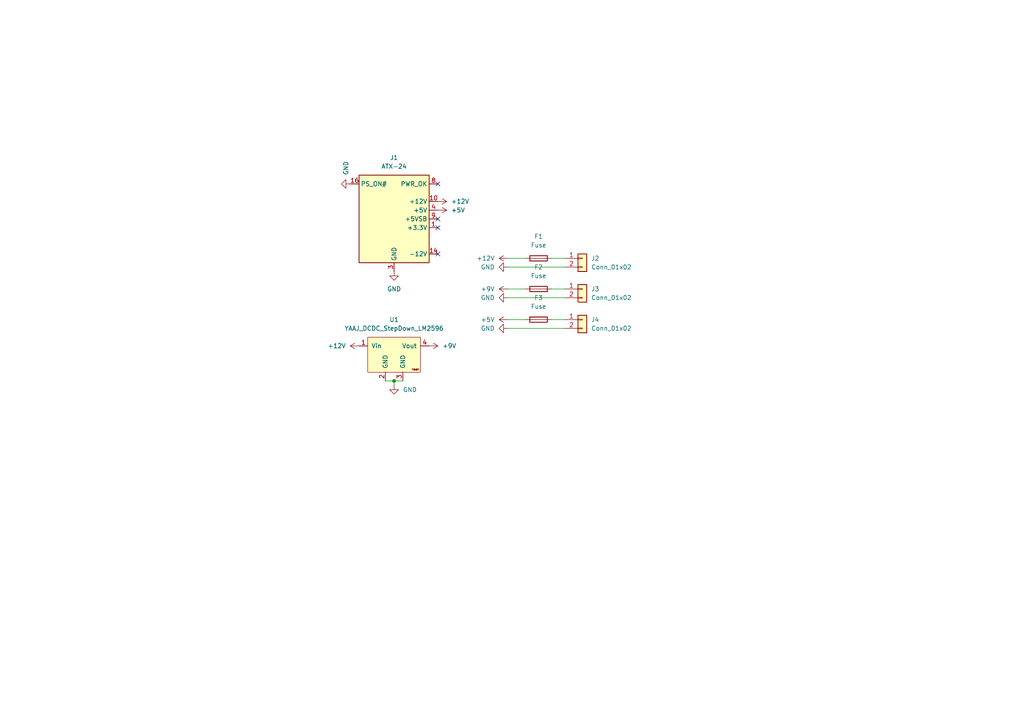
<source format=kicad_sch>
(kicad_sch (version 20211123) (generator eeschema)

  (uuid 51cc10d4-f9c3-4a30-b14a-172ac59da968)

  (paper "A4")

  (lib_symbols
    (symbol "Connector:ATX-24" (in_bom yes) (on_board yes)
      (property "Reference" "J" (id 0) (at -8.89 13.97 0)
        (effects (font (size 1.27 1.27)))
      )
      (property "Value" "ATX-24" (id 1) (at 6.35 13.97 0)
        (effects (font (size 1.27 1.27)))
      )
      (property "Footprint" "" (id 2) (at 0 -2.54 0)
        (effects (font (size 1.27 1.27)) hide)
      )
      (property "Datasheet" "https://www.intel.com/content/dam/www/public/us/en/documents/guides/power-supply-design-guide-june.pdf#page=33" (id 3) (at 60.96 -13.97 0)
        (effects (font (size 1.27 1.27)) hide)
      )
      (property "ki_keywords" "ATX PSU" (id 4) (at 0 0 0)
        (effects (font (size 1.27 1.27)) hide)
      )
      (property "ki_description" "ATX Power supply 24pins" (id 5) (at 0 0 0)
        (effects (font (size 1.27 1.27)) hide)
      )
      (property "ki_fp_filters" "*Mini?Fit*2x12*Vertical* *Mini?Fit*2x12*Horizontal*" (id 6) (at 0 0 0)
        (effects (font (size 1.27 1.27)) hide)
      )
      (symbol "ATX-24_0_1"
        (rectangle (start -10.16 12.7) (end 10.16 -12.7)
          (stroke (width 0.254) (type default) (color 0 0 0 0))
          (fill (type background))
        )
      )
      (symbol "ATX-24_1_1"
        (pin power_out line (at 12.7 -2.54 180) (length 2.54)
          (name "+3.3V" (effects (font (size 1.27 1.27))))
          (number "1" (effects (font (size 1.27 1.27))))
        )
        (pin power_out line (at 12.7 5.08 180) (length 2.54)
          (name "+12V" (effects (font (size 1.27 1.27))))
          (number "10" (effects (font (size 1.27 1.27))))
        )
        (pin passive line (at 12.7 5.08 180) (length 2.54) hide
          (name "+12V" (effects (font (size 1.27 1.27))))
          (number "11" (effects (font (size 1.27 1.27))))
        )
        (pin passive line (at 12.7 -2.54 180) (length 2.54) hide
          (name "+3.3V" (effects (font (size 1.27 1.27))))
          (number "12" (effects (font (size 1.27 1.27))))
        )
        (pin passive line (at 12.7 -2.54 180) (length 2.54) hide
          (name "+3.3V" (effects (font (size 1.27 1.27))))
          (number "13" (effects (font (size 1.27 1.27))))
        )
        (pin power_out line (at 12.7 -10.16 180) (length 2.54)
          (name "-12V" (effects (font (size 1.27 1.27))))
          (number "14" (effects (font (size 1.27 1.27))))
        )
        (pin passive line (at 0 -15.24 90) (length 2.54) hide
          (name "GND" (effects (font (size 1.27 1.27))))
          (number "15" (effects (font (size 1.27 1.27))))
        )
        (pin open_collector line (at -12.7 10.16 0) (length 2.54)
          (name "PS_ON#" (effects (font (size 1.27 1.27))))
          (number "16" (effects (font (size 1.27 1.27))))
        )
        (pin passive line (at 0 -15.24 90) (length 2.54) hide
          (name "GND" (effects (font (size 1.27 1.27))))
          (number "17" (effects (font (size 1.27 1.27))))
        )
        (pin passive line (at 0 -15.24 90) (length 2.54) hide
          (name "GND" (effects (font (size 1.27 1.27))))
          (number "18" (effects (font (size 1.27 1.27))))
        )
        (pin passive line (at 0 -15.24 90) (length 2.54) hide
          (name "GND" (effects (font (size 1.27 1.27))))
          (number "19" (effects (font (size 1.27 1.27))))
        )
        (pin passive line (at 12.7 -2.54 180) (length 2.54) hide
          (name "+3.3V" (effects (font (size 1.27 1.27))))
          (number "2" (effects (font (size 1.27 1.27))))
        )
        (pin no_connect line (at -10.16 0 0) (length 2.54) hide
          (name "NC" (effects (font (size 1.27 1.27))))
          (number "20" (effects (font (size 1.27 1.27))))
        )
        (pin passive line (at 12.7 2.54 180) (length 2.54) hide
          (name "+5V" (effects (font (size 1.27 1.27))))
          (number "21" (effects (font (size 1.27 1.27))))
        )
        (pin passive line (at 12.7 2.54 180) (length 2.54) hide
          (name "+5V" (effects (font (size 1.27 1.27))))
          (number "22" (effects (font (size 1.27 1.27))))
        )
        (pin passive line (at 12.7 2.54 180) (length 2.54) hide
          (name "+5V" (effects (font (size 1.27 1.27))))
          (number "23" (effects (font (size 1.27 1.27))))
        )
        (pin passive line (at 0 -15.24 90) (length 2.54) hide
          (name "GND" (effects (font (size 1.27 1.27))))
          (number "24" (effects (font (size 1.27 1.27))))
        )
        (pin power_out line (at 0 -15.24 90) (length 2.54)
          (name "GND" (effects (font (size 1.27 1.27))))
          (number "3" (effects (font (size 1.27 1.27))))
        )
        (pin power_out line (at 12.7 2.54 180) (length 2.54)
          (name "+5V" (effects (font (size 1.27 1.27))))
          (number "4" (effects (font (size 1.27 1.27))))
        )
        (pin passive line (at 0 -15.24 90) (length 2.54) hide
          (name "GND" (effects (font (size 1.27 1.27))))
          (number "5" (effects (font (size 1.27 1.27))))
        )
        (pin passive line (at 12.7 2.54 180) (length 2.54) hide
          (name "+5V" (effects (font (size 1.27 1.27))))
          (number "6" (effects (font (size 1.27 1.27))))
        )
        (pin passive line (at 0 -15.24 90) (length 2.54) hide
          (name "GND" (effects (font (size 1.27 1.27))))
          (number "7" (effects (font (size 1.27 1.27))))
        )
        (pin output line (at 12.7 10.16 180) (length 2.54)
          (name "PWR_OK" (effects (font (size 1.27 1.27))))
          (number "8" (effects (font (size 1.27 1.27))))
        )
        (pin power_out line (at 12.7 0 180) (length 2.54)
          (name "+5VSB" (effects (font (size 1.27 1.27))))
          (number "9" (effects (font (size 1.27 1.27))))
        )
      )
    )
    (symbol "Connector_Generic:Conn_01x02" (pin_names (offset 1.016) hide) (in_bom yes) (on_board yes)
      (property "Reference" "J" (id 0) (at 0 2.54 0)
        (effects (font (size 1.27 1.27)))
      )
      (property "Value" "Conn_01x02" (id 1) (at 0 -5.08 0)
        (effects (font (size 1.27 1.27)))
      )
      (property "Footprint" "" (id 2) (at 0 0 0)
        (effects (font (size 1.27 1.27)) hide)
      )
      (property "Datasheet" "~" (id 3) (at 0 0 0)
        (effects (font (size 1.27 1.27)) hide)
      )
      (property "ki_keywords" "connector" (id 4) (at 0 0 0)
        (effects (font (size 1.27 1.27)) hide)
      )
      (property "ki_description" "Generic connector, single row, 01x02, script generated (kicad-library-utils/schlib/autogen/connector/)" (id 5) (at 0 0 0)
        (effects (font (size 1.27 1.27)) hide)
      )
      (property "ki_fp_filters" "Connector*:*_1x??_*" (id 6) (at 0 0 0)
        (effects (font (size 1.27 1.27)) hide)
      )
      (symbol "Conn_01x02_1_1"
        (rectangle (start -1.27 -2.413) (end 0 -2.667)
          (stroke (width 0.1524) (type default) (color 0 0 0 0))
          (fill (type none))
        )
        (rectangle (start -1.27 0.127) (end 0 -0.127)
          (stroke (width 0.1524) (type default) (color 0 0 0 0))
          (fill (type none))
        )
        (rectangle (start -1.27 1.27) (end 1.27 -3.81)
          (stroke (width 0.254) (type default) (color 0 0 0 0))
          (fill (type background))
        )
        (pin passive line (at -5.08 0 0) (length 3.81)
          (name "Pin_1" (effects (font (size 1.27 1.27))))
          (number "1" (effects (font (size 1.27 1.27))))
        )
        (pin passive line (at -5.08 -2.54 0) (length 3.81)
          (name "Pin_2" (effects (font (size 1.27 1.27))))
          (number "2" (effects (font (size 1.27 1.27))))
        )
      )
    )
    (symbol "Device:Fuse" (pin_numbers hide) (pin_names (offset 0)) (in_bom yes) (on_board yes)
      (property "Reference" "F" (id 0) (at 2.032 0 90)
        (effects (font (size 1.27 1.27)))
      )
      (property "Value" "Fuse" (id 1) (at -1.905 0 90)
        (effects (font (size 1.27 1.27)))
      )
      (property "Footprint" "" (id 2) (at -1.778 0 90)
        (effects (font (size 1.27 1.27)) hide)
      )
      (property "Datasheet" "~" (id 3) (at 0 0 0)
        (effects (font (size 1.27 1.27)) hide)
      )
      (property "ki_keywords" "fuse" (id 4) (at 0 0 0)
        (effects (font (size 1.27 1.27)) hide)
      )
      (property "ki_description" "Fuse" (id 5) (at 0 0 0)
        (effects (font (size 1.27 1.27)) hide)
      )
      (property "ki_fp_filters" "*Fuse*" (id 6) (at 0 0 0)
        (effects (font (size 1.27 1.27)) hide)
      )
      (symbol "Fuse_0_1"
        (rectangle (start -0.762 -2.54) (end 0.762 2.54)
          (stroke (width 0.254) (type default) (color 0 0 0 0))
          (fill (type none))
        )
        (polyline
          (pts
            (xy 0 2.54)
            (xy 0 -2.54)
          )
          (stroke (width 0) (type default) (color 0 0 0 0))
          (fill (type none))
        )
      )
      (symbol "Fuse_1_1"
        (pin passive line (at 0 3.81 270) (length 1.27)
          (name "~" (effects (font (size 1.27 1.27))))
          (number "1" (effects (font (size 1.27 1.27))))
        )
        (pin passive line (at 0 -3.81 90) (length 1.27)
          (name "~" (effects (font (size 1.27 1.27))))
          (number "2" (effects (font (size 1.27 1.27))))
        )
      )
    )
    (symbol "power:+12V" (power) (pin_names (offset 0)) (in_bom yes) (on_board yes)
      (property "Reference" "#PWR" (id 0) (at 0 -3.81 0)
        (effects (font (size 1.27 1.27)) hide)
      )
      (property "Value" "+12V" (id 1) (at 0 3.556 0)
        (effects (font (size 1.27 1.27)))
      )
      (property "Footprint" "" (id 2) (at 0 0 0)
        (effects (font (size 1.27 1.27)) hide)
      )
      (property "Datasheet" "" (id 3) (at 0 0 0)
        (effects (font (size 1.27 1.27)) hide)
      )
      (property "ki_keywords" "power-flag" (id 4) (at 0 0 0)
        (effects (font (size 1.27 1.27)) hide)
      )
      (property "ki_description" "Power symbol creates a global label with name \"+12V\"" (id 5) (at 0 0 0)
        (effects (font (size 1.27 1.27)) hide)
      )
      (symbol "+12V_0_1"
        (polyline
          (pts
            (xy -0.762 1.27)
            (xy 0 2.54)
          )
          (stroke (width 0) (type default) (color 0 0 0 0))
          (fill (type none))
        )
        (polyline
          (pts
            (xy 0 0)
            (xy 0 2.54)
          )
          (stroke (width 0) (type default) (color 0 0 0 0))
          (fill (type none))
        )
        (polyline
          (pts
            (xy 0 2.54)
            (xy 0.762 1.27)
          )
          (stroke (width 0) (type default) (color 0 0 0 0))
          (fill (type none))
        )
      )
      (symbol "+12V_1_1"
        (pin power_in line (at 0 0 90) (length 0) hide
          (name "+12V" (effects (font (size 1.27 1.27))))
          (number "1" (effects (font (size 1.27 1.27))))
        )
      )
    )
    (symbol "power:+5V" (power) (pin_names (offset 0)) (in_bom yes) (on_board yes)
      (property "Reference" "#PWR" (id 0) (at 0 -3.81 0)
        (effects (font (size 1.27 1.27)) hide)
      )
      (property "Value" "+5V" (id 1) (at 0 3.556 0)
        (effects (font (size 1.27 1.27)))
      )
      (property "Footprint" "" (id 2) (at 0 0 0)
        (effects (font (size 1.27 1.27)) hide)
      )
      (property "Datasheet" "" (id 3) (at 0 0 0)
        (effects (font (size 1.27 1.27)) hide)
      )
      (property "ki_keywords" "power-flag" (id 4) (at 0 0 0)
        (effects (font (size 1.27 1.27)) hide)
      )
      (property "ki_description" "Power symbol creates a global label with name \"+5V\"" (id 5) (at 0 0 0)
        (effects (font (size 1.27 1.27)) hide)
      )
      (symbol "+5V_0_1"
        (polyline
          (pts
            (xy -0.762 1.27)
            (xy 0 2.54)
          )
          (stroke (width 0) (type default) (color 0 0 0 0))
          (fill (type none))
        )
        (polyline
          (pts
            (xy 0 0)
            (xy 0 2.54)
          )
          (stroke (width 0) (type default) (color 0 0 0 0))
          (fill (type none))
        )
        (polyline
          (pts
            (xy 0 2.54)
            (xy 0.762 1.27)
          )
          (stroke (width 0) (type default) (color 0 0 0 0))
          (fill (type none))
        )
      )
      (symbol "+5V_1_1"
        (pin power_in line (at 0 0 90) (length 0) hide
          (name "+5V" (effects (font (size 1.27 1.27))))
          (number "1" (effects (font (size 1.27 1.27))))
        )
      )
    )
    (symbol "power:+9V" (power) (pin_names (offset 0)) (in_bom yes) (on_board yes)
      (property "Reference" "#PWR" (id 0) (at 0 -3.81 0)
        (effects (font (size 1.27 1.27)) hide)
      )
      (property "Value" "+9V" (id 1) (at 0 3.556 0)
        (effects (font (size 1.27 1.27)))
      )
      (property "Footprint" "" (id 2) (at 0 0 0)
        (effects (font (size 1.27 1.27)) hide)
      )
      (property "Datasheet" "" (id 3) (at 0 0 0)
        (effects (font (size 1.27 1.27)) hide)
      )
      (property "ki_keywords" "power-flag" (id 4) (at 0 0 0)
        (effects (font (size 1.27 1.27)) hide)
      )
      (property "ki_description" "Power symbol creates a global label with name \"+9V\"" (id 5) (at 0 0 0)
        (effects (font (size 1.27 1.27)) hide)
      )
      (symbol "+9V_0_1"
        (polyline
          (pts
            (xy -0.762 1.27)
            (xy 0 2.54)
          )
          (stroke (width 0) (type default) (color 0 0 0 0))
          (fill (type none))
        )
        (polyline
          (pts
            (xy 0 0)
            (xy 0 2.54)
          )
          (stroke (width 0) (type default) (color 0 0 0 0))
          (fill (type none))
        )
        (polyline
          (pts
            (xy 0 2.54)
            (xy 0.762 1.27)
          )
          (stroke (width 0) (type default) (color 0 0 0 0))
          (fill (type none))
        )
      )
      (symbol "+9V_1_1"
        (pin power_in line (at 0 0 90) (length 0) hide
          (name "+9V" (effects (font (size 1.27 1.27))))
          (number "1" (effects (font (size 1.27 1.27))))
        )
      )
    )
    (symbol "power:GND" (power) (pin_names (offset 0)) (in_bom yes) (on_board yes)
      (property "Reference" "#PWR" (id 0) (at 0 -6.35 0)
        (effects (font (size 1.27 1.27)) hide)
      )
      (property "Value" "GND" (id 1) (at 0 -3.81 0)
        (effects (font (size 1.27 1.27)))
      )
      (property "Footprint" "" (id 2) (at 0 0 0)
        (effects (font (size 1.27 1.27)) hide)
      )
      (property "Datasheet" "" (id 3) (at 0 0 0)
        (effects (font (size 1.27 1.27)) hide)
      )
      (property "ki_keywords" "power-flag" (id 4) (at 0 0 0)
        (effects (font (size 1.27 1.27)) hide)
      )
      (property "ki_description" "Power symbol creates a global label with name \"GND\" , ground" (id 5) (at 0 0 0)
        (effects (font (size 1.27 1.27)) hide)
      )
      (symbol "GND_0_1"
        (polyline
          (pts
            (xy 0 0)
            (xy 0 -1.27)
            (xy 1.27 -1.27)
            (xy 0 -2.54)
            (xy -1.27 -1.27)
            (xy 0 -1.27)
          )
          (stroke (width 0) (type default) (color 0 0 0 0))
          (fill (type none))
        )
      )
      (symbol "GND_1_1"
        (pin power_in line (at 0 0 270) (length 0) hide
          (name "GND" (effects (font (size 1.27 1.27))))
          (number "1" (effects (font (size 1.27 1.27))))
        )
      )
    )
    (symbol "yaaj_dcdc_stepdown_lm2596:YAAJ_DCDC_StepDown_LM2596" (pin_names (offset 1.016)) (in_bom yes) (on_board yes)
      (property "Reference" "U" (id 0) (at -5.08 6.35 0)
        (effects (font (size 1.27 1.27)))
      )
      (property "Value" "YAAJ_DCDC_StepDown_LM2596" (id 1) (at 0 11.43 0)
        (effects (font (size 1.27 1.27)))
      )
      (property "Footprint" "" (id 2) (at -1.27 0 0)
        (effects (font (size 1.27 1.27)) hide)
      )
      (property "Datasheet" "" (id 3) (at -1.27 0 0)
        (effects (font (size 1.27 1.27)) hide)
      )
      (property "ki_keywords" "module stepdown step down buck converter DCDC DC" (id 4) (at 0 0 0)
        (effects (font (size 1.27 1.27)) hide)
      )
      (property "ki_description" "module : adjustable step down module 3.2V-40V to 1.25V-35V 3A" (id 5) (at 0 0 0)
        (effects (font (size 1.27 1.27)) hide)
      )
      (symbol "YAAJ_DCDC_StepDown_LM2596_0_1"
        (rectangle (start -7.62 5.08) (end 7.62 -5.08)
          (stroke (width 0) (type default) (color 0 0 0 0))
          (fill (type background))
        )
      )
      (symbol "YAAJ_DCDC_StepDown_LM2596_1_1"
        (text "Y@@V" (at 6.1976 -4.2672 0)
          (effects (font (size 0.508 0.508)))
        )
        (pin power_in line (at -10.16 2.54 0) (length 2.54)
          (name "Vin" (effects (font (size 1.27 1.27))))
          (number "1" (effects (font (size 1.27 1.27))))
        )
        (pin power_in line (at -2.54 -7.62 90) (length 2.54)
          (name "GND" (effects (font (size 1.27 1.27))))
          (number "2" (effects (font (size 1.27 1.27))))
        )
        (pin power_in line (at 2.54 -7.62 90) (length 2.54)
          (name "GND" (effects (font (size 1.27 1.27))))
          (number "3" (effects (font (size 1.27 1.27))))
        )
        (pin power_out line (at 10.16 2.54 180) (length 2.54)
          (name "Vout" (effects (font (size 1.27 1.27))))
          (number "4" (effects (font (size 1.27 1.27))))
        )
      )
    )
  )

  (junction (at 114.3 110.49) (diameter 0) (color 0 0 0 0)
    (uuid 17ff6e40-1fd9-49f7-b09c-6a2765430325)
  )

  (no_connect (at 127 63.5) (uuid 1d684d69-6883-472e-ac8c-5ad2d41161bf))
  (no_connect (at 127 66.04) (uuid b0102338-2db3-4623-a96d-269f6bd0c6c3))
  (no_connect (at 127 53.34) (uuid b0102338-2db3-4623-a96d-269f6bd0c6c4))
  (no_connect (at 127 73.66) (uuid b0102338-2db3-4623-a96d-269f6bd0c6c5))

  (wire (pts (xy 152.4 92.71) (xy 147.32 92.71))
    (stroke (width 0) (type default) (color 0 0 0 0))
    (uuid 17595566-e4f4-43a9-9b67-54a75c8d1103)
  )
  (wire (pts (xy 163.83 83.82) (xy 160.02 83.82))
    (stroke (width 0) (type default) (color 0 0 0 0))
    (uuid 31fc15b3-9365-4f57-9577-cd20ed1057f0)
  )
  (wire (pts (xy 163.83 77.47) (xy 147.32 77.47))
    (stroke (width 0) (type default) (color 0 0 0 0))
    (uuid 38d11f55-fde9-4221-8a33-ba8fcef250de)
  )
  (wire (pts (xy 111.76 110.49) (xy 114.3 110.49))
    (stroke (width 0) (type default) (color 0 0 0 0))
    (uuid 3d8f8870-2eb6-4c7d-b296-1e4b4966e3d6)
  )
  (wire (pts (xy 163.83 95.25) (xy 147.32 95.25))
    (stroke (width 0) (type default) (color 0 0 0 0))
    (uuid 63ee26d3-37e4-45c0-8141-d14d960905de)
  )
  (wire (pts (xy 163.83 92.71) (xy 160.02 92.71))
    (stroke (width 0) (type default) (color 0 0 0 0))
    (uuid 64d5bfb5-c883-410e-b847-8abbbcc040e9)
  )
  (wire (pts (xy 114.3 110.49) (xy 114.3 111.76))
    (stroke (width 0) (type default) (color 0 0 0 0))
    (uuid 650e8c09-2a86-4748-a8f0-9baaad3e6419)
  )
  (wire (pts (xy 152.4 74.93) (xy 147.32 74.93))
    (stroke (width 0) (type default) (color 0 0 0 0))
    (uuid 97c23511-64c1-46c7-867b-83c1b8a43e89)
  )
  (wire (pts (xy 152.4 83.82) (xy 147.32 83.82))
    (stroke (width 0) (type default) (color 0 0 0 0))
    (uuid bdac7f68-0aa5-4721-93c2-ffcd51954bff)
  )
  (wire (pts (xy 163.83 86.36) (xy 147.32 86.36))
    (stroke (width 0) (type default) (color 0 0 0 0))
    (uuid e247d73e-b618-4f10-b663-b432ff9b0fe4)
  )
  (wire (pts (xy 163.83 74.93) (xy 160.02 74.93))
    (stroke (width 0) (type default) (color 0 0 0 0))
    (uuid eaff4e34-e695-4311-ac4c-90ec7b2a04fa)
  )
  (wire (pts (xy 116.84 110.49) (xy 114.3 110.49))
    (stroke (width 0) (type default) (color 0 0 0 0))
    (uuid f345e1dc-c2bb-4e94-97aa-76438450f3b9)
  )

  (symbol (lib_id "Connector_Generic:Conn_01x02") (at 168.91 74.93 0) (unit 1)
    (in_bom yes) (on_board yes) (fields_autoplaced)
    (uuid 004f0bc1-9bc0-4f3c-b72a-7f8dc1b6e2ab)
    (property "Reference" "J2" (id 0) (at 171.45 74.9299 0)
      (effects (font (size 1.27 1.27)) (justify left))
    )
    (property "Value" "Conn_01x02" (id 1) (at 171.45 77.4699 0)
      (effects (font (size 1.27 1.27)) (justify left))
    )
    (property "Footprint" "Connector_Phoenix_MSTB:PhoenixContact_MSTBA_2,5_2-G-5,08_1x02_P5.08mm_Horizontal" (id 2) (at 168.91 74.93 0)
      (effects (font (size 1.27 1.27)) hide)
    )
    (property "Datasheet" "~" (id 3) (at 168.91 74.93 0)
      (effects (font (size 1.27 1.27)) hide)
    )
    (pin "1" (uuid 1d1b28f9-8eec-4ad1-b4a2-761c22d038f6))
    (pin "2" (uuid eb5f5a19-a249-45d7-be44-f870b5ad08b8))
  )

  (symbol (lib_id "power:GND") (at 147.32 77.47 270) (unit 1)
    (in_bom yes) (on_board yes) (fields_autoplaced)
    (uuid 22f20455-38b7-4308-8d00-8ac04b3b5d27)
    (property "Reference" "#PWR0110" (id 0) (at 140.97 77.47 0)
      (effects (font (size 1.27 1.27)) hide)
    )
    (property "Value" "GND" (id 1) (at 143.51 77.4699 90)
      (effects (font (size 1.27 1.27)) (justify right))
    )
    (property "Footprint" "" (id 2) (at 147.32 77.47 0)
      (effects (font (size 1.27 1.27)) hide)
    )
    (property "Datasheet" "" (id 3) (at 147.32 77.47 0)
      (effects (font (size 1.27 1.27)) hide)
    )
    (pin "1" (uuid 2ea7b6a6-80cb-4ae3-aef7-a71ff505cf63))
  )

  (symbol (lib_id "Device:Fuse") (at 156.21 74.93 90) (unit 1)
    (in_bom yes) (on_board yes) (fields_autoplaced)
    (uuid 319c15be-eae2-460c-8091-84a0ad0a4045)
    (property "Reference" "F1" (id 0) (at 156.21 68.58 90))
    (property "Value" "Fuse" (id 1) (at 156.21 71.12 90))
    (property "Footprint" "Fuse:Fuseholder_Blade_Mini_Keystone_3568" (id 2) (at 156.21 76.708 90)
      (effects (font (size 1.27 1.27)) hide)
    )
    (property "Datasheet" "~" (id 3) (at 156.21 74.93 0)
      (effects (font (size 1.27 1.27)) hide)
    )
    (pin "1" (uuid 8a29b147-bd7c-4aff-b43e-acf621fc0a7e))
    (pin "2" (uuid 1b672110-3ba3-423e-befd-29d9d6d7c797))
  )

  (symbol (lib_id "yaaj_dcdc_stepdown_lm2596:YAAJ_DCDC_StepDown_LM2596") (at 114.3 102.87 0) (unit 1)
    (in_bom yes) (on_board yes) (fields_autoplaced)
    (uuid 3a22d066-1240-4942-bcd1-9c50cd711a6b)
    (property "Reference" "U1" (id 0) (at 114.3 92.71 0))
    (property "Value" "YAAJ_DCDC_StepDown_LM2596" (id 1) (at 114.3 95.25 0))
    (property "Footprint" "LM2596 module:YAAJ_DCDC_StepDown_LM2596" (id 2) (at 113.03 102.87 0)
      (effects (font (size 1.27 1.27)) hide)
    )
    (property "Datasheet" "" (id 3) (at 113.03 102.87 0)
      (effects (font (size 1.27 1.27)) hide)
    )
    (pin "1" (uuid 1d47c35b-c387-4024-a9ee-954273dac89a))
    (pin "2" (uuid 3111592e-29f9-4770-b67b-a5ff3016e27b))
    (pin "3" (uuid bab59524-375b-4809-a397-5bbe4f4f50cb))
    (pin "4" (uuid c5d9fbff-2980-44b5-a14d-cd5ddd47060a))
  )

  (symbol (lib_id "power:+5V") (at 127 60.96 270) (unit 1)
    (in_bom yes) (on_board yes) (fields_autoplaced)
    (uuid 3f0e69d8-6ce2-47de-8e72-75d95f07fbfc)
    (property "Reference" "#PWR0102" (id 0) (at 123.19 60.96 0)
      (effects (font (size 1.27 1.27)) hide)
    )
    (property "Value" "+5V" (id 1) (at 130.81 60.9599 90)
      (effects (font (size 1.27 1.27)) (justify left))
    )
    (property "Footprint" "" (id 2) (at 127 60.96 0)
      (effects (font (size 1.27 1.27)) hide)
    )
    (property "Datasheet" "" (id 3) (at 127 60.96 0)
      (effects (font (size 1.27 1.27)) hide)
    )
    (pin "1" (uuid a73375f6-0b89-4294-ace3-2fcfa8b2fe71))
  )

  (symbol (lib_id "power:+12V") (at 127 58.42 270) (unit 1)
    (in_bom yes) (on_board yes) (fields_autoplaced)
    (uuid 493a0adc-eda3-470d-b289-d58c776f4099)
    (property "Reference" "#PWR0101" (id 0) (at 123.19 58.42 0)
      (effects (font (size 1.27 1.27)) hide)
    )
    (property "Value" "+12V" (id 1) (at 130.81 58.4199 90)
      (effects (font (size 1.27 1.27)) (justify left))
    )
    (property "Footprint" "" (id 2) (at 127 58.42 0)
      (effects (font (size 1.27 1.27)) hide)
    )
    (property "Datasheet" "" (id 3) (at 127 58.42 0)
      (effects (font (size 1.27 1.27)) hide)
    )
    (pin "1" (uuid 755d866a-b621-4c64-b033-cc612e83e274))
  )

  (symbol (lib_id "power:GND") (at 101.6 53.34 270) (unit 1)
    (in_bom yes) (on_board yes) (fields_autoplaced)
    (uuid 4c5b1593-586d-4c27-adc2-51411c2a7f4f)
    (property "Reference" "#PWR0105" (id 0) (at 95.25 53.34 0)
      (effects (font (size 1.27 1.27)) hide)
    )
    (property "Value" "GND" (id 1) (at 100.3301 50.8 0)
      (effects (font (size 1.27 1.27)) (justify right))
    )
    (property "Footprint" "" (id 2) (at 101.6 53.34 0)
      (effects (font (size 1.27 1.27)) hide)
    )
    (property "Datasheet" "" (id 3) (at 101.6 53.34 0)
      (effects (font (size 1.27 1.27)) hide)
    )
    (pin "1" (uuid b465ba2c-0b10-42b4-9ab7-cc77b112e9ef))
  )

  (symbol (lib_id "Connector_Generic:Conn_01x02") (at 168.91 92.71 0) (unit 1)
    (in_bom yes) (on_board yes) (fields_autoplaced)
    (uuid 53d2cb33-0eca-4812-8f1b-d5f20ccdcdc4)
    (property "Reference" "J4" (id 0) (at 171.45 92.7099 0)
      (effects (font (size 1.27 1.27)) (justify left))
    )
    (property "Value" "Conn_01x02" (id 1) (at 171.45 95.2499 0)
      (effects (font (size 1.27 1.27)) (justify left))
    )
    (property "Footprint" "Connector_Phoenix_MSTB:PhoenixContact_MSTBA_2,5_2-G-5,08_1x02_P5.08mm_Horizontal" (id 2) (at 168.91 92.71 0)
      (effects (font (size 1.27 1.27)) hide)
    )
    (property "Datasheet" "~" (id 3) (at 168.91 92.71 0)
      (effects (font (size 1.27 1.27)) hide)
    )
    (pin "1" (uuid e47e5c76-2d6d-4d72-8faf-e860a4536729))
    (pin "2" (uuid 702155b2-f4dc-4c93-880c-81af841d35e5))
  )

  (symbol (lib_id "power:+9V") (at 124.46 100.33 270) (unit 1)
    (in_bom yes) (on_board yes) (fields_autoplaced)
    (uuid 54a1a4c2-ded2-49a5-8cc8-c31e1c23fedc)
    (property "Reference" "#PWR0107" (id 0) (at 120.65 100.33 0)
      (effects (font (size 1.27 1.27)) hide)
    )
    (property "Value" "+9V" (id 1) (at 128.27 100.3299 90)
      (effects (font (size 1.27 1.27)) (justify left))
    )
    (property "Footprint" "" (id 2) (at 124.46 100.33 0)
      (effects (font (size 1.27 1.27)) hide)
    )
    (property "Datasheet" "" (id 3) (at 124.46 100.33 0)
      (effects (font (size 1.27 1.27)) hide)
    )
    (pin "1" (uuid 1a699ba4-e363-419b-82b6-6b3032012bc8))
  )

  (symbol (lib_id "power:+5V") (at 147.32 92.71 90) (unit 1)
    (in_bom yes) (on_board yes) (fields_autoplaced)
    (uuid 5f980db7-53f5-4b1e-916b-51fb629d9dd1)
    (property "Reference" "#PWR0109" (id 0) (at 151.13 92.71 0)
      (effects (font (size 1.27 1.27)) hide)
    )
    (property "Value" "+5V" (id 1) (at 143.51 92.7099 90)
      (effects (font (size 1.27 1.27)) (justify left))
    )
    (property "Footprint" "" (id 2) (at 147.32 92.71 0)
      (effects (font (size 1.27 1.27)) hide)
    )
    (property "Datasheet" "" (id 3) (at 147.32 92.71 0)
      (effects (font (size 1.27 1.27)) hide)
    )
    (pin "1" (uuid c0f668c7-b786-4206-8040-0dd52eb1ab4b))
  )

  (symbol (lib_id "power:GND") (at 147.32 95.25 270) (unit 1)
    (in_bom yes) (on_board yes) (fields_autoplaced)
    (uuid 68474c28-7323-48fd-b5d2-5a30005bca56)
    (property "Reference" "#PWR0108" (id 0) (at 140.97 95.25 0)
      (effects (font (size 1.27 1.27)) hide)
    )
    (property "Value" "GND" (id 1) (at 143.51 95.2499 90)
      (effects (font (size 1.27 1.27)) (justify right))
    )
    (property "Footprint" "" (id 2) (at 147.32 95.25 0)
      (effects (font (size 1.27 1.27)) hide)
    )
    (property "Datasheet" "" (id 3) (at 147.32 95.25 0)
      (effects (font (size 1.27 1.27)) hide)
    )
    (pin "1" (uuid 7e1584c1-42d6-49dc-8bdc-49c24cb0f0fe))
  )

  (symbol (lib_id "power:GND") (at 147.32 86.36 270) (unit 1)
    (in_bom yes) (on_board yes) (fields_autoplaced)
    (uuid 765ae725-104d-4e77-b3a7-a735185210da)
    (property "Reference" "#PWR0114" (id 0) (at 140.97 86.36 0)
      (effects (font (size 1.27 1.27)) hide)
    )
    (property "Value" "GND" (id 1) (at 143.51 86.3599 90)
      (effects (font (size 1.27 1.27)) (justify right))
    )
    (property "Footprint" "" (id 2) (at 147.32 86.36 0)
      (effects (font (size 1.27 1.27)) hide)
    )
    (property "Datasheet" "" (id 3) (at 147.32 86.36 0)
      (effects (font (size 1.27 1.27)) hide)
    )
    (pin "1" (uuid b27754ee-e94d-4b0a-adcc-b179b6260674))
  )

  (symbol (lib_id "power:GND") (at 114.3 78.74 0) (unit 1)
    (in_bom yes) (on_board yes) (fields_autoplaced)
    (uuid 7cedb28b-6a35-4a78-96b6-008b776290c7)
    (property "Reference" "#PWR0103" (id 0) (at 114.3 85.09 0)
      (effects (font (size 1.27 1.27)) hide)
    )
    (property "Value" "GND" (id 1) (at 114.3 83.82 0))
    (property "Footprint" "" (id 2) (at 114.3 78.74 0)
      (effects (font (size 1.27 1.27)) hide)
    )
    (property "Datasheet" "" (id 3) (at 114.3 78.74 0)
      (effects (font (size 1.27 1.27)) hide)
    )
    (pin "1" (uuid 148a264c-23f7-4bd2-bb7e-6dca88eded41))
  )

  (symbol (lib_id "Device:Fuse") (at 156.21 83.82 90) (unit 1)
    (in_bom yes) (on_board yes) (fields_autoplaced)
    (uuid 7f36da7d-49a4-45e0-9657-51189026110b)
    (property "Reference" "F2" (id 0) (at 156.21 77.47 90))
    (property "Value" "Fuse" (id 1) (at 156.21 80.01 90))
    (property "Footprint" "Fuse:Fuseholder_Blade_Mini_Keystone_3568" (id 2) (at 156.21 85.598 90)
      (effects (font (size 1.27 1.27)) hide)
    )
    (property "Datasheet" "~" (id 3) (at 156.21 83.82 0)
      (effects (font (size 1.27 1.27)) hide)
    )
    (pin "1" (uuid a7707d89-133c-41ec-a33a-797d5c05ba85))
    (pin "2" (uuid 38a4050d-7787-417f-a202-d55f52511015))
  )

  (symbol (lib_id "power:+12V") (at 147.32 74.93 90) (unit 1)
    (in_bom yes) (on_board yes) (fields_autoplaced)
    (uuid 845dab91-d1b2-4956-96be-a944843a2038)
    (property "Reference" "#PWR0111" (id 0) (at 151.13 74.93 0)
      (effects (font (size 1.27 1.27)) hide)
    )
    (property "Value" "+12V" (id 1) (at 143.51 74.9299 90)
      (effects (font (size 1.27 1.27)) (justify left))
    )
    (property "Footprint" "" (id 2) (at 147.32 74.93 0)
      (effects (font (size 1.27 1.27)) hide)
    )
    (property "Datasheet" "" (id 3) (at 147.32 74.93 0)
      (effects (font (size 1.27 1.27)) hide)
    )
    (pin "1" (uuid 106e777d-1afd-4059-b6aa-e6bb7d8b2389))
  )

  (symbol (lib_id "Connector:ATX-24") (at 114.3 63.5 0) (unit 1)
    (in_bom yes) (on_board yes) (fields_autoplaced)
    (uuid 957be164-cbf0-4d31-80cb-ce5e6ce58b6b)
    (property "Reference" "J1" (id 0) (at 114.3 45.72 0))
    (property "Value" "ATX-24" (id 1) (at 114.3 48.26 0))
    (property "Footprint" "Connector_Molex:Molex_Mini-Fit_Jr_5569-24A2_2x12_P4.20mm_Horizontal" (id 2) (at 114.3 66.04 0)
      (effects (font (size 1.27 1.27)) hide)
    )
    (property "Datasheet" "https://www.intel.com/content/dam/www/public/us/en/documents/guides/power-supply-design-guide-june.pdf#page=33" (id 3) (at 175.26 77.47 0)
      (effects (font (size 1.27 1.27)) hide)
    )
    (pin "1" (uuid b98d7239-d042-4694-b7bb-933e79d4754f))
    (pin "10" (uuid 8df06a5a-ffbd-4a7b-88d7-a5455826d848))
    (pin "11" (uuid d3e900c9-ce6e-4c1e-9005-323c8330111f))
    (pin "12" (uuid 69c5ca2c-27cd-4fbd-8d0c-89f38c638ff3))
    (pin "13" (uuid f02f776e-75ac-4d67-894e-821df9bb4b0f))
    (pin "14" (uuid 3ea180dc-0399-4f36-90b2-93509b5bc421))
    (pin "15" (uuid 4204e444-45fa-4b2b-bb8e-7968b9b72cd4))
    (pin "16" (uuid 5e5f650a-e9dc-4b31-86a8-e48ec2b0d29a))
    (pin "17" (uuid 93a05982-2463-4b66-b04e-0de5ef6c2884))
    (pin "18" (uuid 9e7de4d2-2bc3-48f2-8c16-74f3ddbb2def))
    (pin "19" (uuid 2dd93b03-c68f-4f98-8074-d9717cbf2773))
    (pin "2" (uuid 364a537f-6a0e-4237-8188-851b41102064))
    (pin "20" (uuid 1bf26c9a-3626-47fc-83a5-7a4568a14729))
    (pin "21" (uuid 87bb9e58-6967-49b9-8f11-a5f374122221))
    (pin "22" (uuid 670ed7f6-a747-4687-bd9d-c37fe2d40321))
    (pin "23" (uuid 895a1cc7-cf1a-4ce8-bb70-83e4e417204f))
    (pin "24" (uuid 6c8304c6-de92-4d05-bb59-4d4e579b0976))
    (pin "3" (uuid a35e59f7-ca2e-468c-b1c8-63936de36f9b))
    (pin "4" (uuid 5c1f31dc-24f2-4d4a-9330-1b18a2fde6c5))
    (pin "5" (uuid 33a068c9-0575-4bf7-94ef-c0c605d77138))
    (pin "6" (uuid dcf8faac-afa0-44bb-9a10-57f08203e164))
    (pin "7" (uuid db067b15-802a-4642-8fa2-a05f2b1f5072))
    (pin "8" (uuid 65f5a8e8-d190-4d9e-afbe-cd7c3f026a7e))
    (pin "9" (uuid aad19e24-70da-4943-a830-78aa838663f1))
  )

  (symbol (lib_id "power:+9V") (at 147.32 83.82 90) (unit 1)
    (in_bom yes) (on_board yes) (fields_autoplaced)
    (uuid b722db3e-63b6-4b7c-b9cf-acf4f0855e39)
    (property "Reference" "#PWR0112" (id 0) (at 151.13 83.82 0)
      (effects (font (size 1.27 1.27)) hide)
    )
    (property "Value" "+9V" (id 1) (at 143.51 83.8199 90)
      (effects (font (size 1.27 1.27)) (justify left))
    )
    (property "Footprint" "" (id 2) (at 147.32 83.82 0)
      (effects (font (size 1.27 1.27)) hide)
    )
    (property "Datasheet" "" (id 3) (at 147.32 83.82 0)
      (effects (font (size 1.27 1.27)) hide)
    )
    (pin "1" (uuid 8d2ac4ed-43b4-4da8-8d53-ece36406633e))
  )

  (symbol (lib_id "power:GND") (at 114.3 111.76 0) (unit 1)
    (in_bom yes) (on_board yes) (fields_autoplaced)
    (uuid b90a20eb-001b-4da3-9448-b768430cbee5)
    (property "Reference" "#PWR0106" (id 0) (at 114.3 118.11 0)
      (effects (font (size 1.27 1.27)) hide)
    )
    (property "Value" "GND" (id 1) (at 116.84 113.0299 0)
      (effects (font (size 1.27 1.27)) (justify left))
    )
    (property "Footprint" "" (id 2) (at 114.3 111.76 0)
      (effects (font (size 1.27 1.27)) hide)
    )
    (property "Datasheet" "" (id 3) (at 114.3 111.76 0)
      (effects (font (size 1.27 1.27)) hide)
    )
    (pin "1" (uuid 0d8e276d-10c9-419d-96bf-a94f5bc32ddb))
  )

  (symbol (lib_id "Device:Fuse") (at 156.21 92.71 90) (unit 1)
    (in_bom yes) (on_board yes) (fields_autoplaced)
    (uuid bd44f37d-e859-4c84-aecf-5ac9120c8f7a)
    (property "Reference" "F3" (id 0) (at 156.21 86.36 90))
    (property "Value" "Fuse" (id 1) (at 156.21 88.9 90))
    (property "Footprint" "Fuse:Fuseholder_Blade_Mini_Keystone_3568" (id 2) (at 156.21 94.488 90)
      (effects (font (size 1.27 1.27)) hide)
    )
    (property "Datasheet" "~" (id 3) (at 156.21 92.71 0)
      (effects (font (size 1.27 1.27)) hide)
    )
    (pin "1" (uuid 34fc63bf-d640-4e2e-a5eb-ac8fccadba17))
    (pin "2" (uuid 4c42cf54-0814-4f21-a021-fffc2cf62f3f))
  )

  (symbol (lib_id "power:+12V") (at 104.14 100.33 90) (unit 1)
    (in_bom yes) (on_board yes) (fields_autoplaced)
    (uuid caa5155d-a53d-4c7d-8769-d9fa0554184d)
    (property "Reference" "#PWR0113" (id 0) (at 107.95 100.33 0)
      (effects (font (size 1.27 1.27)) hide)
    )
    (property "Value" "+12V" (id 1) (at 100.33 100.3299 90)
      (effects (font (size 1.27 1.27)) (justify left))
    )
    (property "Footprint" "" (id 2) (at 104.14 100.33 0)
      (effects (font (size 1.27 1.27)) hide)
    )
    (property "Datasheet" "" (id 3) (at 104.14 100.33 0)
      (effects (font (size 1.27 1.27)) hide)
    )
    (pin "1" (uuid d2683400-5fa4-4a6a-bd06-60515f2a88b1))
  )

  (symbol (lib_id "Connector_Generic:Conn_01x02") (at 168.91 83.82 0) (unit 1)
    (in_bom yes) (on_board yes) (fields_autoplaced)
    (uuid d3cb10ba-8f82-417c-bc8d-26ea04920198)
    (property "Reference" "J3" (id 0) (at 171.45 83.8199 0)
      (effects (font (size 1.27 1.27)) (justify left))
    )
    (property "Value" "Conn_01x02" (id 1) (at 171.45 86.3599 0)
      (effects (font (size 1.27 1.27)) (justify left))
    )
    (property "Footprint" "Connector_Phoenix_MSTB:PhoenixContact_MSTBA_2,5_2-G-5,08_1x02_P5.08mm_Horizontal" (id 2) (at 168.91 83.82 0)
      (effects (font (size 1.27 1.27)) hide)
    )
    (property "Datasheet" "~" (id 3) (at 168.91 83.82 0)
      (effects (font (size 1.27 1.27)) hide)
    )
    (pin "1" (uuid aa5f395e-cad3-46bb-a516-d0f70ab56bd4))
    (pin "2" (uuid 956e017b-84e2-4a0f-bab7-a1855e6da25c))
  )

  (sheet_instances
    (path "/" (page "1"))
  )

  (symbol_instances
    (path "/493a0adc-eda3-470d-b289-d58c776f4099"
      (reference "#PWR0101") (unit 1) (value "+12V") (footprint "")
    )
    (path "/3f0e69d8-6ce2-47de-8e72-75d95f07fbfc"
      (reference "#PWR0102") (unit 1) (value "+5V") (footprint "")
    )
    (path "/7cedb28b-6a35-4a78-96b6-008b776290c7"
      (reference "#PWR0103") (unit 1) (value "GND") (footprint "")
    )
    (path "/4c5b1593-586d-4c27-adc2-51411c2a7f4f"
      (reference "#PWR0105") (unit 1) (value "GND") (footprint "")
    )
    (path "/b90a20eb-001b-4da3-9448-b768430cbee5"
      (reference "#PWR0106") (unit 1) (value "GND") (footprint "")
    )
    (path "/54a1a4c2-ded2-49a5-8cc8-c31e1c23fedc"
      (reference "#PWR0107") (unit 1) (value "+9V") (footprint "")
    )
    (path "/68474c28-7323-48fd-b5d2-5a30005bca56"
      (reference "#PWR0108") (unit 1) (value "GND") (footprint "")
    )
    (path "/5f980db7-53f5-4b1e-916b-51fb629d9dd1"
      (reference "#PWR0109") (unit 1) (value "+5V") (footprint "")
    )
    (path "/22f20455-38b7-4308-8d00-8ac04b3b5d27"
      (reference "#PWR0110") (unit 1) (value "GND") (footprint "")
    )
    (path "/845dab91-d1b2-4956-96be-a944843a2038"
      (reference "#PWR0111") (unit 1) (value "+12V") (footprint "")
    )
    (path "/b722db3e-63b6-4b7c-b9cf-acf4f0855e39"
      (reference "#PWR0112") (unit 1) (value "+9V") (footprint "")
    )
    (path "/caa5155d-a53d-4c7d-8769-d9fa0554184d"
      (reference "#PWR0113") (unit 1) (value "+12V") (footprint "")
    )
    (path "/765ae725-104d-4e77-b3a7-a735185210da"
      (reference "#PWR0114") (unit 1) (value "GND") (footprint "")
    )
    (path "/319c15be-eae2-460c-8091-84a0ad0a4045"
      (reference "F1") (unit 1) (value "Fuse") (footprint "Fuse:Fuseholder_Blade_Mini_Keystone_3568")
    )
    (path "/7f36da7d-49a4-45e0-9657-51189026110b"
      (reference "F2") (unit 1) (value "Fuse") (footprint "Fuse:Fuseholder_Blade_Mini_Keystone_3568")
    )
    (path "/bd44f37d-e859-4c84-aecf-5ac9120c8f7a"
      (reference "F3") (unit 1) (value "Fuse") (footprint "Fuse:Fuseholder_Blade_Mini_Keystone_3568")
    )
    (path "/957be164-cbf0-4d31-80cb-ce5e6ce58b6b"
      (reference "J1") (unit 1) (value "ATX-24") (footprint "Connector_Molex:Molex_Mini-Fit_Jr_5569-24A2_2x12_P4.20mm_Horizontal")
    )
    (path "/004f0bc1-9bc0-4f3c-b72a-7f8dc1b6e2ab"
      (reference "J2") (unit 1) (value "Conn_01x02") (footprint "Connector_Phoenix_MSTB:PhoenixContact_MSTBA_2,5_2-G-5,08_1x02_P5.08mm_Horizontal")
    )
    (path "/d3cb10ba-8f82-417c-bc8d-26ea04920198"
      (reference "J3") (unit 1) (value "Conn_01x02") (footprint "Connector_Phoenix_MSTB:PhoenixContact_MSTBA_2,5_2-G-5,08_1x02_P5.08mm_Horizontal")
    )
    (path "/53d2cb33-0eca-4812-8f1b-d5f20ccdcdc4"
      (reference "J4") (unit 1) (value "Conn_01x02") (footprint "Connector_Phoenix_MSTB:PhoenixContact_MSTBA_2,5_2-G-5,08_1x02_P5.08mm_Horizontal")
    )
    (path "/3a22d066-1240-4942-bcd1-9c50cd711a6b"
      (reference "U1") (unit 1) (value "YAAJ_DCDC_StepDown_LM2596") (footprint "LM2596 module:YAAJ_DCDC_StepDown_LM2596")
    )
  )
)

</source>
